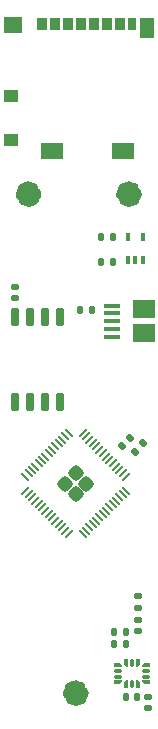
<source format=gbr>
%TF.GenerationSoftware,KiCad,Pcbnew,(6.0.7)*%
%TF.CreationDate,2022-08-25T19:07:38-04:00*%
%TF.ProjectId,msbaker,6d736261-6b65-4722-9e6b-696361645f70,3*%
%TF.SameCoordinates,Original*%
%TF.FileFunction,Paste,Top*%
%TF.FilePolarity,Positive*%
%FSLAX46Y46*%
G04 Gerber Fmt 4.6, Leading zero omitted, Abs format (unit mm)*
G04 Created by KiCad (PCBNEW (6.0.7)) date 2022-08-25 19:07:38*
%MOMM*%
%LPD*%
G01*
G04 APERTURE LIST*
G04 Aperture macros list*
%AMRoundRect*
0 Rectangle with rounded corners*
0 $1 Rounding radius*
0 $2 $3 $4 $5 $6 $7 $8 $9 X,Y pos of 4 corners*
0 Add a 4 corners polygon primitive as box body*
4,1,4,$2,$3,$4,$5,$6,$7,$8,$9,$2,$3,0*
0 Add four circle primitives for the rounded corners*
1,1,$1+$1,$2,$3*
1,1,$1+$1,$4,$5*
1,1,$1+$1,$6,$7*
1,1,$1+$1,$8,$9*
0 Add four rect primitives between the rounded corners*
20,1,$1+$1,$2,$3,$4,$5,0*
20,1,$1+$1,$4,$5,$6,$7,0*
20,1,$1+$1,$6,$7,$8,$9,0*
20,1,$1+$1,$8,$9,$2,$3,0*%
%AMFreePoly0*
4,1,48,0.134742,0.310782,0.138024,0.311361,0.140910,0.309695,0.150652,0.307977,0.165579,0.295451,0.182453,0.285709,0.184767,0.279350,0.189952,0.275000,0.193336,0.255809,0.200000,0.237500,0.200000,-0.237500,0.198282,-0.247242,0.198861,-0.250524,0.197195,-0.253410,0.195477,-0.263152,0.182951,-0.278079,0.173209,-0.294953,0.166850,-0.297267,0.162500,-0.302452,0.143309,-0.305836,
0.125000,-0.312500,0.081066,-0.312500,0.076480,-0.311691,0.074529,-0.312214,0.071540,-0.310820,0.055414,-0.307977,0.042871,-0.297452,0.028033,-0.290533,-0.178033,-0.084467,-0.180703,-0.080653,-0.182453,-0.079643,-0.183581,-0.076543,-0.192973,-0.063130,-0.194400,-0.046819,-0.200000,-0.031434,-0.200000,0.237500,-0.198282,0.247242,-0.198861,0.250524,-0.197195,0.253410,-0.195477,0.263152,
-0.182951,0.278079,-0.173209,0.294953,-0.166850,0.297267,-0.162500,0.302452,-0.143309,0.305836,-0.125000,0.312500,0.125000,0.312500,0.134742,0.310782,0.134742,0.310782,$1*%
%AMFreePoly1*
4,1,48,0.134742,0.310782,0.138024,0.311361,0.140910,0.309695,0.150652,0.307977,0.165579,0.295451,0.182453,0.285709,0.184767,0.279350,0.189952,0.275000,0.193336,0.255809,0.200000,0.237500,0.200000,-0.031434,0.199191,-0.036020,0.199714,-0.037971,0.198320,-0.040960,0.195477,-0.057086,0.184952,-0.069629,0.178033,-0.084467,-0.028033,-0.290533,-0.031847,-0.293203,-0.032857,-0.294953,
-0.035957,-0.296081,-0.049370,-0.305473,-0.065681,-0.306900,-0.081066,-0.312500,-0.125000,-0.312500,-0.134742,-0.310782,-0.138024,-0.311361,-0.140910,-0.309695,-0.150652,-0.307977,-0.165579,-0.295451,-0.182453,-0.285709,-0.184767,-0.279350,-0.189952,-0.275000,-0.193336,-0.255809,-0.200000,-0.237500,-0.200000,0.237500,-0.198282,0.247242,-0.198861,0.250524,-0.197195,0.253410,-0.195477,0.263152,
-0.182951,0.278079,-0.173209,0.294953,-0.166850,0.297267,-0.162500,0.302452,-0.143309,0.305836,-0.125000,0.312500,0.125000,0.312500,0.134742,0.310782,0.134742,0.310782,$1*%
%AMFreePoly2*
4,1,48,0.247242,0.198282,0.250524,0.198861,0.253410,0.197195,0.263152,0.195477,0.278079,0.182951,0.294953,0.173209,0.297267,0.166850,0.302452,0.162500,0.305836,0.143309,0.312500,0.125000,0.312500,-0.125000,0.310782,-0.134742,0.311361,-0.138024,0.309695,-0.140910,0.307977,-0.150652,0.295451,-0.165579,0.285709,-0.182453,0.279350,-0.184767,0.275000,-0.189952,0.255809,-0.193336,
0.237500,-0.200000,-0.237500,-0.200000,-0.247242,-0.198282,-0.250524,-0.198861,-0.253410,-0.197195,-0.263152,-0.195477,-0.278079,-0.182951,-0.294953,-0.173209,-0.297267,-0.166850,-0.302452,-0.162500,-0.305836,-0.143309,-0.312500,-0.125000,-0.312500,-0.081066,-0.311691,-0.076480,-0.312214,-0.074530,-0.310821,-0.071542,-0.307977,-0.055414,-0.297451,-0.042870,-0.290533,-0.028033,-0.084467,0.178033,
-0.080653,0.180703,-0.079643,0.182453,-0.076543,0.183581,-0.063130,0.192973,-0.046820,0.194400,-0.031434,0.200000,0.237500,0.200000,0.247242,0.198282,0.247242,0.198282,$1*%
%AMFreePoly3*
4,1,48,0.247242,0.198282,0.250524,0.198861,0.253410,0.197195,0.263152,0.195477,0.278079,0.182951,0.294953,0.173209,0.297267,0.166850,0.302452,0.162500,0.305836,0.143309,0.312500,0.125000,0.312500,-0.125000,0.310782,-0.134742,0.311361,-0.138024,0.309695,-0.140910,0.307977,-0.150652,0.295451,-0.165579,0.285709,-0.182453,0.279350,-0.184767,0.275000,-0.189952,0.255809,-0.193336,
0.237500,-0.200000,-0.031434,-0.200000,-0.036020,-0.199191,-0.037971,-0.199714,-0.040960,-0.198320,-0.057086,-0.195477,-0.069629,-0.184952,-0.084467,-0.178033,-0.290533,0.028033,-0.293203,0.031847,-0.294953,0.032857,-0.296081,0.035957,-0.305473,0.049370,-0.306900,0.065681,-0.312500,0.081066,-0.312500,0.125000,-0.310782,0.134742,-0.311361,0.138024,-0.309695,0.140910,-0.307977,0.150652,
-0.295451,0.165579,-0.285709,0.182453,-0.279350,0.184767,-0.275000,0.189952,-0.255809,0.193336,-0.237500,0.200000,0.237500,0.200000,0.247242,0.198282,0.247242,0.198282,$1*%
%AMFreePoly4*
4,1,48,-0.076480,0.311691,-0.074530,0.312214,-0.071542,0.310821,-0.055414,0.307977,-0.042870,0.297451,-0.028033,0.290533,0.178033,0.084467,0.180703,0.080653,0.182453,0.079643,0.183581,0.076543,0.192973,0.063130,0.194400,0.046820,0.200000,0.031434,0.200000,-0.237500,0.198282,-0.247242,0.198861,-0.250524,0.197195,-0.253410,0.195477,-0.263152,0.182951,-0.278079,0.173209,-0.294953,
0.166850,-0.297267,0.162500,-0.302452,0.143309,-0.305836,0.125000,-0.312500,-0.125000,-0.312500,-0.134742,-0.310782,-0.138024,-0.311361,-0.140910,-0.309695,-0.150652,-0.307977,-0.165579,-0.295451,-0.182453,-0.285709,-0.184767,-0.279350,-0.189952,-0.275000,-0.193336,-0.255809,-0.200000,-0.237500,-0.200000,0.237500,-0.198282,0.247242,-0.198861,0.250524,-0.197195,0.253410,-0.195477,0.263152,
-0.182951,0.278079,-0.173209,0.294953,-0.166850,0.297267,-0.162500,0.302452,-0.143309,0.305836,-0.125000,0.312500,-0.081066,0.312500,-0.076480,0.311691,-0.076480,0.311691,$1*%
%AMFreePoly5*
4,1,48,0.134742,0.310782,0.138024,0.311361,0.140910,0.309695,0.150652,0.307977,0.165579,0.295451,0.182453,0.285709,0.184767,0.279350,0.189952,0.275000,0.193336,0.255809,0.200000,0.237500,0.200000,-0.237500,0.198282,-0.247242,0.198861,-0.250524,0.197195,-0.253410,0.195477,-0.263152,0.182951,-0.278079,0.173209,-0.294953,0.166850,-0.297267,0.162500,-0.302452,0.143309,-0.305836,
0.125000,-0.312500,-0.125000,-0.312500,-0.134742,-0.310782,-0.138024,-0.311361,-0.140910,-0.309695,-0.150652,-0.307977,-0.165579,-0.295451,-0.182453,-0.285709,-0.184767,-0.279350,-0.189952,-0.275000,-0.193336,-0.255809,-0.200000,-0.237500,-0.200000,0.031434,-0.199191,0.036020,-0.199714,0.037970,-0.198321,0.040958,-0.195477,0.057086,-0.184951,0.069630,-0.178033,0.084467,0.028033,0.290533,
0.031847,0.293203,0.032857,0.294953,0.035957,0.296081,0.049370,0.305473,0.065680,0.306900,0.081066,0.312500,0.125000,0.312500,0.134742,0.310782,0.134742,0.310782,$1*%
%AMFreePoly6*
4,1,48,0.247242,0.198282,0.250524,0.198861,0.253410,0.197195,0.263152,0.195477,0.278079,0.182951,0.294953,0.173209,0.297267,0.166850,0.302452,0.162500,0.305836,0.143309,0.312500,0.125000,0.312500,0.081066,0.311691,0.076480,0.312214,0.074529,0.310820,0.071540,0.307977,0.055414,0.297452,0.042871,0.290533,0.028033,0.084467,-0.178033,0.080653,-0.180703,0.079643,-0.182453,
0.076543,-0.183581,0.063130,-0.192973,0.046819,-0.194400,0.031434,-0.200000,-0.237500,-0.200000,-0.247242,-0.198282,-0.250524,-0.198861,-0.253410,-0.197195,-0.263152,-0.195477,-0.278079,-0.182951,-0.294953,-0.173209,-0.297267,-0.166850,-0.302452,-0.162500,-0.305836,-0.143309,-0.312500,-0.125000,-0.312500,0.125000,-0.310782,0.134742,-0.311361,0.138024,-0.309695,0.140910,-0.307977,0.150652,
-0.295451,0.165579,-0.285709,0.182453,-0.279350,0.184767,-0.275000,0.189952,-0.255809,0.193336,-0.237500,0.200000,0.237500,0.200000,0.247242,0.198282,0.247242,0.198282,$1*%
%AMFreePoly7*
4,1,48,0.036020,0.199191,0.037970,0.199714,0.040958,0.198321,0.057086,0.195477,0.069630,0.184951,0.084467,0.178033,0.290533,-0.028033,0.293203,-0.031847,0.294953,-0.032857,0.296081,-0.035957,0.305473,-0.049370,0.306900,-0.065680,0.312500,-0.081066,0.312500,-0.125000,0.310782,-0.134742,0.311361,-0.138024,0.309695,-0.140910,0.307977,-0.150652,0.295451,-0.165579,0.285709,-0.182453,
0.279350,-0.184767,0.275000,-0.189952,0.255809,-0.193336,0.237500,-0.200000,-0.237500,-0.200000,-0.247242,-0.198282,-0.250524,-0.198861,-0.253410,-0.197195,-0.263152,-0.195477,-0.278079,-0.182951,-0.294953,-0.173209,-0.297267,-0.166850,-0.302452,-0.162500,-0.305836,-0.143309,-0.312500,-0.125000,-0.312500,0.125000,-0.310782,0.134742,-0.311361,0.138024,-0.309695,0.140910,-0.307977,0.150652,
-0.295451,0.165579,-0.285709,0.182453,-0.279350,0.184767,-0.275000,0.189952,-0.255809,0.193336,-0.237500,0.200000,0.031434,0.200000,0.036020,0.199191,0.036020,0.199191,$1*%
G04 Aperture macros list end*
%ADD10C,1.100000*%
%ADD11R,0.850000X1.100000*%
%ADD12R,0.750000X1.100000*%
%ADD13R,1.200000X1.000000*%
%ADD14R,1.550000X1.350000*%
%ADD15R,1.900000X1.350000*%
%ADD16R,1.170000X1.800000*%
%ADD17R,1.350000X0.400000*%
%ADD18R,1.900000X1.500000*%
%ADD19RoundRect,0.135000X0.135000X0.185000X-0.135000X0.185000X-0.135000X-0.185000X0.135000X-0.185000X0*%
%ADD20R,0.400000X0.650000*%
%ADD21RoundRect,0.150000X0.150000X-0.650000X0.150000X0.650000X-0.150000X0.650000X-0.150000X-0.650000X0*%
%ADD22FreePoly0,0.000000*%
%ADD23RoundRect,0.085000X-0.085000X-0.227500X0.085000X-0.227500X0.085000X0.227500X-0.085000X0.227500X0*%
%ADD24FreePoly1,0.000000*%
%ADD25FreePoly2,0.000000*%
%ADD26RoundRect,0.085000X-0.227500X-0.085000X0.227500X-0.085000X0.227500X0.085000X-0.227500X0.085000X0*%
%ADD27FreePoly3,0.000000*%
%ADD28FreePoly4,0.000000*%
%ADD29FreePoly5,0.000000*%
%ADD30FreePoly6,0.000000*%
%ADD31FreePoly7,0.000000*%
%ADD32RoundRect,0.140000X0.140000X0.170000X-0.140000X0.170000X-0.140000X-0.170000X0.140000X-0.170000X0*%
%ADD33RoundRect,0.135000X-0.185000X0.135000X-0.185000X-0.135000X0.185000X-0.135000X0.185000X0.135000X0*%
%ADD34RoundRect,0.140000X0.170000X-0.140000X0.170000X0.140000X-0.170000X0.140000X-0.170000X-0.140000X0*%
%ADD35RoundRect,0.135000X0.035355X-0.226274X0.226274X-0.035355X-0.035355X0.226274X-0.226274X0.035355X0*%
%ADD36RoundRect,0.135000X-0.135000X-0.185000X0.135000X-0.185000X0.135000X0.185000X-0.135000X0.185000X0*%
%ADD37RoundRect,0.147500X0.172500X-0.147500X0.172500X0.147500X-0.172500X0.147500X-0.172500X-0.147500X0*%
%ADD38RoundRect,0.250000X-0.413257X0.000000X0.000000X-0.413257X0.413257X0.000000X0.000000X0.413257X0*%
%ADD39RoundRect,0.050000X-0.309359X0.238649X0.238649X-0.309359X0.309359X-0.238649X-0.238649X0.309359X0*%
%ADD40RoundRect,0.050000X-0.309359X-0.238649X-0.238649X-0.309359X0.309359X0.238649X0.238649X0.309359X0*%
%ADD41RoundRect,0.140000X-0.170000X0.140000X-0.170000X-0.140000X0.170000X-0.140000X0.170000X0.140000X0*%
%ADD42RoundRect,0.140000X-0.140000X-0.170000X0.140000X-0.170000X0.140000X0.170000X-0.140000X0.170000X0*%
G04 APERTURE END LIST*
D10*
X189300000Y-83000000D02*
G75*
G03*
X189300000Y-83000000I-550000J0D01*
G01*
X180800000Y-83000000D02*
G75*
G03*
X180800000Y-83000000I-550000J0D01*
G01*
X184800000Y-125250000D02*
G75*
G03*
X184800000Y-125250000I-550000J0D01*
G01*
D11*
%TO.C,J2*%
X181395000Y-68550000D03*
X182495000Y-68550000D03*
X183595000Y-68550000D03*
X184695000Y-68550000D03*
X185795000Y-68550000D03*
X186895000Y-68550000D03*
X187995000Y-68550000D03*
D12*
X189045000Y-68550000D03*
D13*
X178760000Y-74700000D03*
X178760000Y-78400000D03*
D14*
X178935000Y-68675000D03*
D15*
X182260000Y-79375000D03*
X188230000Y-79375000D03*
D16*
X190255000Y-68900000D03*
%TD*%
D17*
%TO.C,J1*%
X187300000Y-95050000D03*
X187300000Y-94400000D03*
X187300000Y-93750000D03*
X187300000Y-93100000D03*
X187300000Y-92450000D03*
D18*
X190000000Y-94750000D03*
X190000000Y-92750000D03*
%TD*%
D19*
%TO.C,R2*%
X188510000Y-120100000D03*
X187490000Y-120100000D03*
%TD*%
D20*
%TO.C,U1*%
X188650000Y-88550000D03*
X189300000Y-88550000D03*
X189950000Y-88550000D03*
X189950000Y-86650000D03*
X188650000Y-86650000D03*
%TD*%
D21*
%TO.C,U2*%
X179095000Y-100600000D03*
X180365000Y-100600000D03*
X181635000Y-100600000D03*
X182905000Y-100600000D03*
X182905000Y-93400000D03*
X181635000Y-93400000D03*
X180365000Y-93400000D03*
X179095000Y-93400000D03*
%TD*%
D22*
%TO.C,U4*%
X188500000Y-122675000D03*
D23*
X189000000Y-122675000D03*
D24*
X189500000Y-122675000D03*
D25*
X190162500Y-122837500D03*
D26*
X190162500Y-123337500D03*
X190162500Y-123837500D03*
D27*
X190162500Y-124337500D03*
D28*
X189500000Y-124500000D03*
D23*
X189000000Y-124500000D03*
D29*
X188500000Y-124500000D03*
D30*
X187837500Y-124337500D03*
D26*
X187837500Y-123837500D03*
X187837500Y-123337500D03*
D31*
X187837500Y-122837500D03*
%TD*%
D32*
%TO.C,C3*%
X187380000Y-86600000D03*
X186420000Y-86600000D03*
%TD*%
D33*
%TO.C,R7*%
X189500000Y-116990000D03*
X189500000Y-118010000D03*
%TD*%
D34*
%TO.C,C6*%
X179100000Y-91780000D03*
X179100000Y-90820000D03*
%TD*%
D19*
%TO.C,R1*%
X188510000Y-121100000D03*
X187490000Y-121100000D03*
%TD*%
D35*
%TO.C,R6*%
X189239376Y-104810624D03*
X189960624Y-104089376D03*
%TD*%
D36*
%TO.C,R3*%
X184590000Y-92800000D03*
X185610000Y-92800000D03*
%TD*%
D37*
%TO.C,D1*%
X189500000Y-119985000D03*
X189500000Y-119015000D03*
%TD*%
D35*
%TO.C,R5*%
X188860624Y-103639376D03*
X188139376Y-104360624D03*
%TD*%
D38*
%TO.C,U3*%
X183348439Y-107500000D03*
X184250000Y-108401561D03*
X184250000Y-106598439D03*
X185151561Y-107500000D03*
D39*
X183657798Y-103230843D03*
X183374955Y-103513686D03*
X183092113Y-103796528D03*
X182809270Y-104079371D03*
X182526427Y-104362214D03*
X182243585Y-104645056D03*
X181960742Y-104927899D03*
X181677899Y-105210742D03*
X181395056Y-105493585D03*
X181112214Y-105776427D03*
X180829371Y-106059270D03*
X180546528Y-106342113D03*
X180263686Y-106624955D03*
X179980843Y-106907798D03*
D40*
X179980843Y-108092202D03*
X180263686Y-108375045D03*
X180546528Y-108657887D03*
X180829371Y-108940730D03*
X181112214Y-109223573D03*
X181395056Y-109506415D03*
X181677899Y-109789258D03*
X181960742Y-110072101D03*
X182243585Y-110354944D03*
X182526427Y-110637786D03*
X182809270Y-110920629D03*
X183092113Y-111203472D03*
X183374955Y-111486314D03*
X183657798Y-111769157D03*
D39*
X184842202Y-111769157D03*
X185125045Y-111486314D03*
X185407887Y-111203472D03*
X185690730Y-110920629D03*
X185973573Y-110637786D03*
X186256415Y-110354944D03*
X186539258Y-110072101D03*
X186822101Y-109789258D03*
X187104944Y-109506415D03*
X187387786Y-109223573D03*
X187670629Y-108940730D03*
X187953472Y-108657887D03*
X188236314Y-108375045D03*
X188519157Y-108092202D03*
D40*
X188519157Y-106907798D03*
X188236314Y-106624955D03*
X187953472Y-106342113D03*
X187670629Y-106059270D03*
X187387786Y-105776427D03*
X187104944Y-105493585D03*
X186822101Y-105210742D03*
X186539258Y-104927899D03*
X186256415Y-104645056D03*
X185973573Y-104362214D03*
X185690730Y-104079371D03*
X185407887Y-103796528D03*
X185125045Y-103513686D03*
X184842202Y-103230843D03*
%TD*%
D41*
%TO.C,C13*%
X190400000Y-125570000D03*
X190400000Y-126530000D03*
%TD*%
D32*
%TO.C,C1*%
X187380000Y-88700000D03*
X186420000Y-88700000D03*
%TD*%
D42*
%TO.C,C11*%
X188490000Y-125587500D03*
X189450000Y-125587500D03*
%TD*%
M02*

</source>
